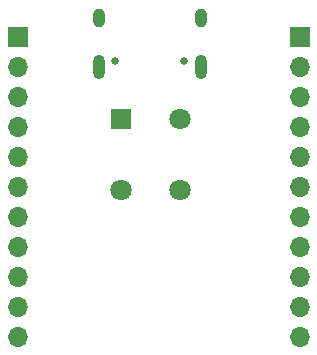
<source format=gbr>
%TF.GenerationSoftware,KiCad,Pcbnew,(6.0.7)*%
%TF.CreationDate,2022-09-27T17:11:20+08:00*%
%TF.ProjectId,51,35312e6b-6963-4616-945f-706362585858,rev?*%
%TF.SameCoordinates,Original*%
%TF.FileFunction,Soldermask,Bot*%
%TF.FilePolarity,Negative*%
%FSLAX46Y46*%
G04 Gerber Fmt 4.6, Leading zero omitted, Abs format (unit mm)*
G04 Created by KiCad (PCBNEW (6.0.7)) date 2022-09-27 17:11:20*
%MOMM*%
%LPD*%
G01*
G04 APERTURE LIST*
%ADD10C,0.650000*%
%ADD11O,1.000000X2.100000*%
%ADD12O,1.000000X1.600000*%
%ADD13R,1.800000X1.800000*%
%ADD14C,1.800000*%
%ADD15R,1.700000X1.700000*%
%ADD16O,1.700000X1.700000*%
G04 APERTURE END LIST*
D10*
%TO.C,J1*%
X92614000Y-37652000D03*
X98394000Y-37652000D03*
D11*
X91184000Y-38182000D03*
D12*
X91184000Y-34002000D03*
X99824000Y-34002000D03*
D11*
X99824000Y-38182000D03*
%TD*%
D13*
%TO.C,SW1*%
X93081500Y-42543500D03*
D14*
X98081500Y-42543500D03*
X93081500Y-48543500D03*
X98081500Y-48543500D03*
%TD*%
D15*
%TO.C,J3*%
X108204000Y-35560000D03*
D16*
X108204000Y-38100000D03*
X108204000Y-40640000D03*
X108204000Y-43180000D03*
X108204000Y-45720000D03*
X108204000Y-48260000D03*
X108204000Y-50800000D03*
X108204000Y-53340000D03*
X108204000Y-55880000D03*
X108204000Y-58420000D03*
X108204000Y-60960000D03*
%TD*%
D15*
%TO.C,J2*%
X84328000Y-35560000D03*
D16*
X84328000Y-38100000D03*
X84328000Y-40640000D03*
X84328000Y-43180000D03*
X84328000Y-45720000D03*
X84328000Y-48260000D03*
X84328000Y-50800000D03*
X84328000Y-53340000D03*
X84328000Y-55880000D03*
X84328000Y-58420000D03*
X84328000Y-60960000D03*
%TD*%
M02*

</source>
